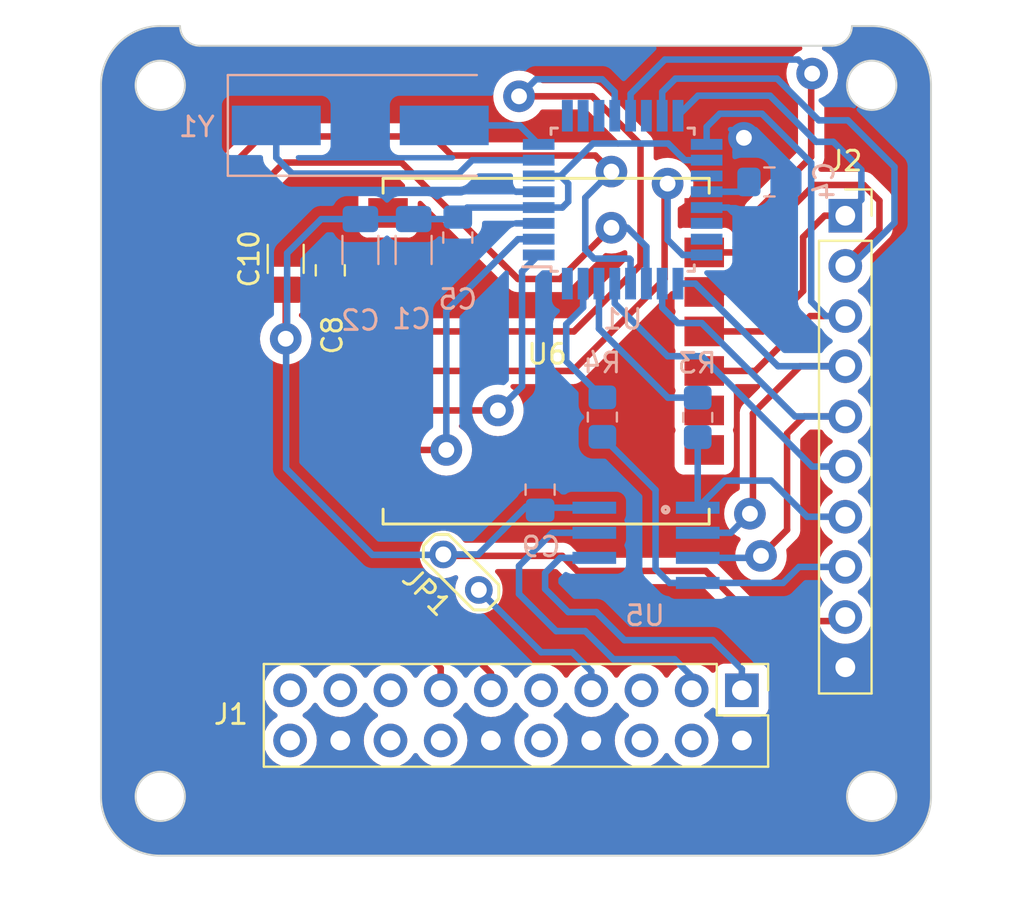
<source format=kicad_pcb>
(kicad_pcb (version 20221018) (generator pcbnew)
  (layers (0 "F.Cu" signal) (31 "B.Cu" signal) (34 "B.Paste" user) (35 "F.Paste" user) (36 "B.SilkS" user "B.Silkscreen") (37 "F.SilkS" user "F.Silkscreen") (38 "B.Mask" user) (39 "F.Mask" user) (44 "Edge.Cuts" user))
  (net 0 "")
  (net 1 "GND")
  (net 2 "+3V3")
  (net 3 "Net-(U1-AREF)")
  (net 4 "MCU_NRESET")
  (net 5 "RS485_SDA")
  (net 6 "RS485_SDB")
  (net 13 "I2C_SDA")
  (net 14 "I2C_SCL")
  (net 18 "MCU_TX")
  (net 21 "MCU_RX")
  (net 22 "Net-(U1-PD0(RXD))")
  (net 23 "Net-(U1-PD1(TXD))")
  (net 24 "RF_DIO1")
  (net 25 "RF_DIO2")
  (net 26 "Net-(U1-PB6(XTAL1{slash}TOSC1))")
  (net 27 "Net-(U1-PB7(XTAL2{slash}TOSC2))")
  (net 29 "SPI_MOSI")
  (net 30 "SPI_MISO")
  (net 31 "SPI_SCK")
  (net 34 "RF_NSS")
  (net 35 "RF_NRESET")
  (net 36 "RF_DIO0")
  (net 37 "RS485_NRE")
  (net 38 "RS485_DE")
  (net 48 "3V3_Bus")
  (footprint "TestPoint:TestPoint_2Pads_Pitch2.54mm_Drill0.8mm" (layer "F.Cu") (at 139.243817 117.513117 -45)
    (fp_text reference "JP1" (at 0.747105 1.939735 135) (layer "F.SilkS"))
    (fp_text value "Jumper_2_Bridged" hide)
    (fp_line (start -1.03 -0.4) (end -0.53 -0.9) (stroke (width 0.15)) (layer "F.SilkS"))
    (fp_line (start -1.03 0.4) (end -1.03 -0.4) (stroke (width 0.15)) (layer "F.SilkS"))
    (fp_line (start -0.53 -0.9) (end 3.07 -0.9) (stroke (width 0.15)) (layer "F.SilkS"))
    (fp_line (start -0.53 0.9) (end -1.03 0.4) (stroke (width 0.15)) (layer "F.SilkS"))
    (fp_line (start 3.07 -0.9) (end 3.57 -0.4) (stroke (width 0.15)) (layer "F.SilkS"))
    (fp_line (start 3.07 0.9) (end -0.53 0.9) (stroke (width 0.15)) (layer "F.SilkS"))
    (fp_line (start 3.57 -0.4) (end 3.57 0.4) (stroke (width 0.15)) (layer "F.SilkS"))
    (fp_line (start 3.57 0.4) (end 3.07 0.9) (stroke (width 0.15)) (layer "F.SilkS"))
    (pad "1" thru_hole circle (at 0 0 315) (size 1.4 1.4) (drill 0.8) (layers "*.Cu" "*.Mask") (net 2 "+3V3"))
    (pad "2" thru_hole circle (at 2.54 0 315) (size 1.4 1.4) (drill 0.8) (layers "*.Cu" "*.Mask") (net 48 "3V3_Bus"))
  )
  (footprint "Capacitor_SMD:C_1206_3216Metric_Pad1.33x1.80mm_HandSolder" (layer "F.Cu") (at 131.267714 102.5474 90)
    (fp_text reference "C10" (at 0 -1.85 90) (layer "F.SilkS"))
    (fp_text value "22uF")
    (fp_line (start -0.711252 -0.91) (end 0.711252 -0.91) (stroke (width 0.12)) (layer "F.SilkS"))
    (fp_line (start -0.711252 0.91) (end 0.711252 0.91) (stroke (width 0.12)) (layer "F.SilkS"))
    (pad "1" smd roundrect (at -1.5625 0 90) (size 1.325 1.8) (layers "F.Cu" "F.Paste" "F.Mask") (roundrect_rratio 0.188679) (net 2 "+3V3"))
    (pad "2" smd roundrect (at 1.5625 0 90) (size 1.325 1.8) (layers "F.Cu" "F.Paste" "F.Mask") (roundrect_rratio 0.188679) (net 1 "GND"))
  )
  (footprint "RF_Module:Ai-Thinker-Ra-01-LoRa" (layer "F.Cu") (at 144.4457 107.221)
    (fp_text reference "U6" (at 0.0508 0.1524) (layer "F.SilkS"))
    (fp_text value "Ai-Thinker-Ra-02")
    (fp_line (start -8.25 -8.75) (end 8.25 -8.75) (stroke (width 0.15)) (layer "F.SilkS"))
    (fp_line (start -8.25 -8) (end -8.25 -8.75) (stroke (width 0.15)) (layer "F.SilkS"))
    (fp_line (start -8.25 8) (end -8.25 8.75) (stroke (width 0.15)) (layer "F.SilkS"))
    (fp_line (start -8.25 8.75) (end 8.25 8.75) (stroke (width 0.15)) (layer "F.SilkS"))
    (fp_line (start 8.25 -8.75) (end 8.25 -8) (stroke (width 0.15)) (layer "F.SilkS"))
    (fp_line (start 8.25 8.75) (end 8.25 8) (stroke (width 0.15)) (layer "F.SilkS"))
    (pad "1" smd rect (at -8 -7) (size 2 1.5) (layers "F.Cu" "F.Paste" "F.Mask"))
    (pad "2" smd rect (at -8 -5) (size 2 1.5) (layers "F.Cu" "F.Paste" "F.Mask") (net 1 "GND"))
    (pad "3" smd rect (at -8 -3) (size 2 1.5) (layers "F.Cu" "F.Paste" "F.Mask") (net 2 "+3V3"))
    (pad "4" smd rect (at -8 -1) (size 2 1.5) (layers "F.Cu" "F.Paste" "F.Mask") (net 35 "RF_NRESET"))
    (pad "5" smd rect (at -8 1) (size 2 1.5) (layers "F.Cu" "F.Paste" "F.Mask") (net 36 "RF_DIO0"))
    (pad "6" smd rect (at -8 3) (size 2 1.5) (layers "F.Cu" "F.Paste" "F.Mask") (net 24 "RF_DIO1"))
    (pad "7" smd rect (at -8 5) (size 2 1.5) (layers "F.Cu" "F.Paste" "F.Mask") (net 25 "RF_DIO2"))
    (pad "8" smd rect (at -8 7) (size 2 1.5) (layers "F.Cu" "F.Paste" "F.Mask"))
    (pad "9" smd rect (at 8 7) (size 2 1.5) (layers "F.Cu" "F.Paste" "F.Mask") (net 1 "GND"))
    (pad "10" smd rect (at 8 5) (size 2 1.5) (layers "F.Cu" "F.Paste" "F.Mask"))
    (pad "11" smd rect (at 8 3) (size 2 1.5) (layers "F.Cu" "F.Paste" "F.Mask"))
    (pad "12" smd rect (at 8 1) (size 2 1.5) (layers "F.Cu" "F.Paste" "F.Mask") (net 31 "SPI_SCK"))
    (pad "13" smd rect (at 8 -1) (size 2 1.5) (layers "F.Cu" "F.Paste" "F.Mask") (net 30 "SPI_MISO"))
    (pad "14" smd rect (at 8 -3) (size 2 1.5) (layers "F.Cu" "F.Paste" "F.Mask") (net 29 "SPI_MOSI"))
    (pad "15" smd rect (at 8 -5) (size 2 1.5) (layers "F.Cu" "F.Paste" "F.Mask") (net 34 "RF_NSS"))
    (pad "16" smd rect (at 8 -7) (size 2 1.5) (layers "F.Cu" "F.Paste" "F.Mask") (net 1 "GND"))
  )
  (footprint "Connector_PinSocket_2.54mm:PinSocket_2x10_P2.54mm_Vertical" (layer "F.Cu") (at 154.35 126.93 -90)
    (fp_text reference "J1" (at -1.3194 25.8555 -180) (layer "F.SilkS"))
    (fp_text value "Conn_02x10_PQSU")
    (fp_line (start -3.87 -1.33) (end -3.87 0) (stroke (width 0.12)) (layer "F.SilkS"))
    (fp_line (start -3.87 1.27) (end -3.87 24.19) (stroke (width 0.12)) (layer "F.SilkS"))
    (fp_line (start -2.54 -1.33) (end -3.87 -1.33) (stroke (width 0.12)) (layer "F.SilkS"))
    (fp_line (start -1.27 -1.33) (end -1.27 1.27) (stroke (width 0.12)) (layer "F.SilkS"))
    (fp_line (start -1.27 1.27) (end -3.87 1.27) (stroke (width 0.12)) (layer "F.SilkS"))
    (fp_line (start 1.33 -1.33) (end -1.27 -1.33) (stroke (width 0.12)) (layer "F.SilkS"))
    (fp_line (start 1.33 -1.33) (end 1.33 24.19) (stroke (width 0.12)) (layer "F.SilkS"))
    (fp_line (start 1.33 24.19) (end -3.87 24.19) (stroke (width 0.12)) (layer "F.SilkS"))
    (pad "1" thru_hole rect (at -2.54 0 270) (size 1.7 1.7) (drill 1) (layers "*.Cu" "*.Mask") (net 5 "RS485_SDA"))
    (pad "2" thru_hole oval (at 0 0 270) (size 1.7 1.7) (drill 1) (layers "*.Cu" "*.Mask") (net 1 "GND"))
    (pad "3" thru_hole oval (at -2.54 2.54 270) (size 1.7 1.7) (drill 1) (layers "*.Cu" "*.Mask") (net 6 "RS485_SDB"))
    (pad "4" thru_hole oval (at 0 2.54 270) (size 1.7 1.7) (drill 1) (layers "*.Cu" "*.Mask"))
    (pad "5" thru_hole oval (at -2.54 5.08 270) (size 1.7 1.7) (drill 1) (layers "*.Cu" "*.Mask"))
    (pad "6" thru_hole oval (at 0 5.08 270) (size 1.7 1.7) (drill 1) (layers "*.Cu" "*.Mask"))
    (pad "7" thru_hole oval (at -2.54 7.62 270) (size 1.7 1.7) (drill 1) (layers "*.Cu" "*.Mask") (net 48 "3V3_Bus"))
    (pad "8" thru_hole oval (at 0 7.62 270) (size 1.7 1.7) (drill 1) (layers "*.Cu" "*.Mask") (net 1 "GND"))
    (pad "9" thru_hole oval (at -2.54 10.16 270) (size 1.7 1.7) (drill 1) (layers "*.Cu" "*.Mask"))
    (pad "10" thru_hole oval (at 0 10.16 270) (size 1.7 1.7) (drill 1) (layers "*.Cu" "*.Mask"))
    (pad "11" thru_hole oval (at -2.54 12.7 270) (size 1.7 1.7) (drill 1) (layers "*.Cu" "*.Mask") (net 13 "I2C_SDA"))
    (pad "12" thru_hole oval (at 0 12.7 270) (size 1.7 1.7) (drill 1) (layers "*.Cu" "*.Mask") (net 1 "GND"))
    (pad "13" thru_hole oval (at -2.54 15.24 270) (size 1.7 1.7) (drill 1) (layers "*.Cu" "*.Mask") (net 14 "I2C_SCL"))
    (pad "14" thru_hole oval (at 0 15.24 270) (size 1.7 1.7) (drill 1) (layers "*.Cu" "*.Mask"))
    (pad "15" thru_hole oval (at -2.54 17.78 270) (size 1.7 1.7) (drill 1) (layers "*.Cu" "*.Mask"))
    (pad "16" thru_hole oval (at 0 17.78 270) (size 1.7 1.7) (drill 1) (layers "*.Cu" "*.Mask"))
    (pad "17" thru_hole oval (at -2.54 20.32 270) (size 1.7 1.7) (drill 1) (layers "*.Cu" "*.Mask"))
    (pad "18" thru_hole oval (at 0 20.32 270) (size 1.7 1.7) (drill 1) (layers "*.Cu" "*.Mask") (net 1 "GND"))
    (pad "19" thru_hole oval (at -2.54 22.86 270) (size 1.7 1.7) (drill 1) (layers "*.Cu" "*.Mask"))
    (pad "20" thru_hole oval (at 0 22.86 270) (size 1.7 1.7) (drill 1) (layers "*.Cu" "*.Mask"))
  )
  (footprint "Capacitor_SMD:C_0805_2012Metric_Pad1.18x1.45mm_HandSolder" (layer "F.Cu") (at 133.5237 103.1277 90)
    (fp_text reference "C8" (at -3.2805 0.1016 90) (layer "F.SilkS"))
    (fp_text value "100nF")
    (fp_line (start -0.261252 -0.735) (end 0.261252 -0.735) (stroke (width 0.12)) (layer "F.SilkS"))
    (fp_line (start -0.261252 0.735) (end 0.261252 0.735) (stroke (width 0.12)) (layer "F.SilkS"))
    (pad "1" smd roundrect (at -1.0375 0 90) (size 1.175 1.45) (layers "F.Cu" "F.Paste" "F.Mask") (roundrect_rratio 0.2127659574) (net 2 "+3V3"))
    (pad "2" smd roundrect (at 1.0375 0 90) (size 1.175 1.45) (layers "F.Cu" "F.Paste" "F.Mask") (roundrect_rratio 0.2127659574) (net 1 "GND"))
  )
  (footprint "Connector_PinSocket_2.54mm:PinSocket_1x10_P2.54mm_Vertical" (layer "F.Cu") (at 159.5841 100.363)
    (fp_text reference "J2" (at 0 -2.77 -360) (layer "F.SilkS"))
    (fp_text value "Conn_01x10")
    (fp_line (start -1.33 1.27) (end -1.33 24.19) (stroke (width 0.12)) (layer "F.SilkS"))
    (fp_line (start -1.33 1.27) (end 1.33 1.27) (stroke (width 0.12)) (layer "F.SilkS"))
    (fp_line (start -1.33 24.19) (end 1.33 24.19) (stroke (width 0.12)) (layer "F.SilkS"))
    (fp_line (start 0 -1.33) (end 1.33 -1.33) (stroke (width 0.12)) (layer "F.SilkS"))
    (fp_line (start 1.33 -1.33) (end 1.33 0) (stroke (width 0.12)) (layer "F.SilkS"))
    (fp_line (start 1.33 1.27) (end 1.33 24.19) (stroke (width 0.12)) (layer "F.SilkS"))
    (pad "1" thru_hole rect (at 0 0) (size 1.7 1.7) (drill 1) (layers "*.Cu" "*.Mask") (net 30 "SPI_MISO"))
    (pad "2" thru_hole oval (at 0 2.54) (size 1.7 1.7) (drill 1) (layers "*.Cu" "*.Mask") (net 29 "SPI_MOSI"))
    (pad "3" thru_hole oval (at 0 5.08) (size 1.7 1.7) (drill 1) (layers "*.Cu" "*.Mask") (net 31 "SPI_SCK"))
    (pad "4" thru_hole oval (at 0 7.62) (size 1.7 1.7) (drill 1) (layers "*.Cu" "*.Mask") (net 37 "RS485_NRE"))
    (pad "5" thru_hole oval (at 0 10.16) (size 1.7 1.7) (drill 1) (layers "*.Cu" "*.Mask") (net 38 "RS485_DE"))
    (pad "6" thru_hole oval (at 0 12.7) (size 1.7 1.7) (drill 1) (layers "*.Cu" "*.Mask") (net 4 "MCU_NRESET"))
    (pad "7" thru_hole oval (at 0 15.24) (size 1.7 1.7) (drill 1) (layers "*.Cu" "*.Mask") (net 21 "MCU_RX"))
    (pad "8" thru_hole oval (at 0 17.78) (size 1.7 1.7) (drill 1) (layers "*.Cu" "*.Mask") (net 18 "MCU_TX"))
    (pad "9" thru_hole oval (at 0 20.32) (size 1.7 1.7) (drill 1) (layers "*.Cu" "*.Mask") (net 2 "+3V3"))
    (pad "10" thru_hole oval (at 0 22.86) (size 1.7 1.7) (drill 1) (layers "*.Cu" "*.Mask") (net 1 "GND"))
  )
  (footprint "Capacitor_SMD:C_1206_3216Metric_Pad1.33x1.80mm_HandSolder" (layer "B.Cu") (at 137.7401 102.0957 -90)
    (fp_text reference "C1" (at 3.4929 0.1016) (layer "B.SilkS") (effects (justify mirror)))
    (fp_text value "1uF")
    (fp_line (start -0.711252 -0.91) (end 0.711252 -0.91) (stroke (width 0.12)) (layer "B.SilkS"))
    (fp_line (start -0.711252 0.91) (end 0.711252 0.91) (stroke (width 0.12)) (layer "B.SilkS"))
    (pad "1" smd roundrect (at -1.5625 0 270) (size 1.325 1.8) (layers "B.Cu" "B.Paste" "B.Mask") (roundrect_rratio 0.188679) (net 2 "+3V3"))
    (pad "2" smd roundrect (at 1.5625 0 270) (size 1.325 1.8) (layers "B.Cu" "B.Paste" "B.Mask") (roundrect_rratio 0.188679) (net 1 "GND"))
  )
  (footprint "Capacitor_SMD:C_1206_3216Metric_Pad1.33x1.80mm_HandSolder" (layer "B.Cu") (at 135.0477 102.0957 -90)
    (fp_text reference "C2" (at 3.5683 0 -180) (layer "B.SilkS") (effects (justify mirror)))
    (fp_text value "4.7uF")
    (fp_line (start -0.711252 -0.91) (end 0.711252 -0.91) (stroke (width 0.12)) (layer "B.SilkS"))
    (fp_line (start -0.711252 0.91) (end 0.711252 0.91) (stroke (width 0.12)) (layer "B.SilkS"))
    (pad "1" smd roundrect (at -1.5625 0 270) (size 1.325 1.8) (layers "B.Cu" "B.Paste" "B.Mask") (roundrect_rratio 0.1886792453) (net 2 "+3V3"))
    (pad "2" smd roundrect (at 1.5625 0 270) (size 1.325 1.8) (layers "B.Cu" "B.Paste" "B.Mask") (roundrect_rratio 0.1886792453) (net 1 "GND"))
  )
  (footprint "Resistor_SMD:R_0805_2012Metric_Pad1.20x1.40mm_HandSolder" (layer "B.Cu") (at 147.2905 110.5578 -90)
    (fp_text reference "R4" (at -2.745 0.0295 -180) (layer "B.SilkS") (effects (justify mirror)))
    (fp_text value "1.2k")
    (fp_line (start -0.227064 -0.735) (end 0.227064 -0.735) (stroke (width 0.12)) (layer "B.SilkS"))
    (fp_line (start -0.227064 0.735) (end 0.227064 0.735) (stroke (width 0.12)) (layer "B.SilkS"))
    (pad "1" smd roundrect (at -1 0 270) (size 1.2 1.4) (layers "B.Cu" "B.Paste" "B.Mask") (roundrect_rratio 0.2083333333) (net 23 "Net-(U1-PD1(TXD))"))
    (pad "2" smd roundrect (at 1 0 270) (size 1.2 1.4) (layers "B.Cu" "B.Paste" "B.Mask") (roundrect_rratio 0.2083333333) (net 18 "MCU_TX"))
  )
  (footprint "Capacitor_SMD:C_0805_2012Metric_Pad1.18x1.45mm_HandSolder" (layer "B.Cu") (at 139.9753 101.4691 -90)
    (fp_text reference "C5" (at 3.1281 0 -180) (layer "B.SilkS") (effects (justify mirror)))
    (fp_text value "100nF")
    (fp_line (start -0.261252 -0.735) (end 0.261252 -0.735) (stroke (width 0.12)) (layer "B.SilkS"))
    (fp_line (start -0.261252 0.735) (end 0.261252 0.735) (stroke (width 0.12)) (layer "B.SilkS"))
    (pad "1" smd roundrect (at -1.0375 0 270) (size 1.175 1.45) (layers "B.Cu" "B.Paste" "B.Mask") (roundrect_rratio 0.2127659574) (net 2 "+3V3"))
    (pad "2" smd roundrect (at 1.0375 0 270) (size 1.175 1.45) (layers "B.Cu" "B.Paste" "B.Mask") (roundrect_rratio 0.2127659574) (net 1 "GND"))
  )
  (footprint "Package_QFP:TQFP-32_7x7mm_P0.8mm" (layer "B.Cu") (at 148.318 99.55)
    (fp_text reference "U1" (at 0 6.05 180) (layer "B.SilkS") (effects (justify mirror)))
    (fp_text value "ATMEGA328P-AU")
    (fp_line (start -3.625 -3.625) (end -3.625 -3.3) (stroke (width 0.15)) (layer "B.SilkS"))
    (fp_line (start -3.625 -3.625) (end -3.3 -3.625) (stroke (width 0.15)) (layer "B.SilkS"))
    (fp_line (start -3.625 3.4) (end -5.05 3.4) (stroke (width 0.15)) (layer "B.SilkS"))
    (fp_line (start -3.625 3.625) (end -3.625 3.4) (stroke (width 0.15)) (layer "B.SilkS"))
    (fp_line (start -3.625 3.625) (end -3.3 3.625) (stroke (width 0.15)) (layer "B.SilkS"))
    (fp_line (start 3.625 -3.625) (end 3.3 -3.625) (stroke (width 0.15)) (layer "B.SilkS"))
    (fp_line (start 3.625 -3.625) (end 3.625 -3.3) (stroke (width 0.15)) (layer "B.SilkS"))
    (fp_line (start 3.625 3.625) (end 3.3 3.625) (stroke (width 0.15)) (layer "B.SilkS"))
    (fp_line (start 3.625 3.625) (end 3.625 3.3) (stroke (width 0.15)) (layer "B.SilkS"))
    (pad "1" smd rect (at -4.25 2.8) (size 1.6 0.55) (layers "B.Cu" "B.Paste" "B.Mask") (net 24 "RF_DIO1"))
    (pad "2" smd rect (at -4.25 2) (size 1.6 0.55) (layers "B.Cu" "B.Paste" "B.Mask") (net 25 "RF_DIO2"))
    (pad "3" smd rect (at -4.25 1.2) (size 1.6 0.55) (layers "B.Cu" "B.Paste" "B.Mask") (net 1 "GND"))
    (pad "4" smd rect (at -4.25 0.4) (size 1.6 0.55) (layers "B.Cu" "B.Paste" "B.Mask") (net 2 "+3V3"))
    (pad "5" smd rect (at -4.25 -0.4) (size 1.6 0.55) (layers "B.Cu" "B.Paste" "B.Mask") (net 1 "GND"))
    (pad "6" smd rect (at -4.25 -1.2) (size 1.6 0.55) (layers "B.Cu" "B.Paste" "B.Mask") (net 2 "+3V3"))
    (pad "7" smd rect (at -4.25 -2) (size 1.6 0.55) (layers "B.Cu" "B.Paste" "B.Mask") (net 26 "Net-(U1-PB6(XTAL1{slash}TOSC1))"))
    (pad "8" smd rect (at -4.25 -2.8) (size 1.6 0.55) (layers "B.Cu" "B.Paste" "B.Mask") (net 27 "Net-(U1-PB7(XTAL2{slash}TOSC2))"))
    (pad "9" smd rect (at -2.8 -4.25 270) (size 1.6 0.55) (layers "B.Cu" "B.Paste" "B.Mask"))
    (pad "10" smd rect (at -2 -4.25 270) (size 1.6 0.55) (layers "B.Cu" "B.Paste" "B.Mask"))
    (pad "11" smd rect (at -1.2 -4.25 270) (size 1.6 0.55) (layers "B.Cu" "B.Paste" "B.Mask"))
    (pad "12" smd rect (at -0.4 -4.25 270) (size 1.6 0.55) (layers "B.Cu" "B.Paste" "B.Mask") (net 35 "RF_NRESET"))
    (pad "13" smd rect (at 0.4 -4.25 270) (size 1.6 0.55) (layers "B.Cu" "B.Paste" "B.Mask") (net 34 "RF_NSS"))
    (pad "14" smd rect (at 1.2 -4.25 270) (size 1.6 0.55) (layers "B.Cu" "B.Paste" "B.Mask"))
    (pad "15" smd rect (at 2 -4.25 270) (size 1.6 0.55) (layers "B.Cu" "B.Paste" "B.Mask") (net 29 "SPI_MOSI"))
    (pad "16" smd rect (at 2.8 -4.25 270) (size 1.6 0.55) (layers "B.Cu" "B.Paste" "B.Mask") (net 30 "SPI_MISO"))
    (pad "17" smd rect (at 4.25 -2.8) (size 1.6 0.55) (layers "B.Cu" "B.Paste" "B.Mask") (net 31 "SPI_SCK"))
    (pad "18" smd rect (at 4.25 -2) (size 1.6 0.55) (layers "B.Cu" "B.Paste" "B.Mask") (net 2 "+3V3"))
    (pad "19" smd rect (at 4.25 -1.2) (size 1.6 0.55) (layers "B.Cu" "B.Paste" "B.Mask"))
    (pad "20" smd rect (at 4.25 -0.4) (size 1.6 0.55) (layers "B.Cu" "B.Paste" "B.Mask") (net 3 "Net-(U1-AREF)"))
    (pad "21" smd rect (at 4.25 0.4) (size 1.6 0.55) (layers "B.Cu" "B.Paste" "B.Mask") (net 1 "GND"))
    (pad "22" smd rect (at 4.25 1.2) (size 1.6 0.55) (layers "B.Cu" "B.Paste" "B.Mask"))
    (pad "23" smd rect (at 4.25 2) (size 1.6 0.55) (layers "B.Cu" "B.Paste" "B.Mask"))
    (pad "24" smd rect (at 4.25 2.8) (size 1.6 0.55) (layers "B.Cu" "B.Paste" "B.Mask") (net 36 "RF_DIO0"))
    (pad "25" smd rect (at 2.8 4.25 270) (size 1.6 0.55) (layers "B.Cu" "B.Paste" "B.Mask") (net 37 "RS485_NRE"))
    (pad "26" smd rect (at 2 4.25 270) (size 1.6 0.55) (layers "B.Cu" "B.Paste" "B.Mask") (net 38 "RS485_DE"))
    (pad "27" smd rect (at 1.2 4.25 270) (size 1.6 0.55) (layers "B.Cu" "B.Paste" "B.Mask") (net 13 "I2C_SDA"))
    (pad "28" smd rect (at 0.4 4.25 270) (size 1.6 0.55) (layers "B.Cu" "B.Paste" "B.Mask") (net 14 "I2C_SCL"))
    (pad "29" smd rect (at -0.4 4.25 270) (size 1.6 0.55) (layers "B.Cu" "B.Paste" "B.Mask") (net 4 "MCU_NRESET"))
    (pad "30" smd rect (at -1.2 4.25 270) (size 1.6 0.55) (layers "B.Cu" "B.Paste" "B.Mask") (net 22 "Net-(U1-PD0(RXD))"))
    (pad "31" smd rect (at -2 4.25 270) (size 1.6 0.55) (layers "B.Cu" "B.Paste" "B.Mask") (net 23 "Net-(U1-PD1(TXD))"))
    (pad "32" smd rect (at -2.8 4.25 270) (size 1.6 0.55) (layers "B.Cu" "B.Paste" "B.Mask"))
  )
  (footprint "Crystal:Crystal_SMD_HC49-SD" (layer "B.Cu") (at 135.0395 95.791)
    (fp_text reference "Y1" (at -8.2722 0.0686) (layer "B.SilkS") (effects (justify mirror)))
    (fp_text value "Crystal")
    (fp_line (start -6.7 -2.55) (end 5.9 -2.55) (stroke (width 0.12)) (layer "B.SilkS"))
    (fp_line (start -6.7 2.55) (end -6.7 -2.55) (stroke (width 0.12)) (layer "B.SilkS"))
    (fp_line (start 5.9 2.55) (end -6.7 2.55) (stroke (width 0.12)) (layer "B.SilkS"))
    (pad "1" smd rect (at -4.25 0) (size 4.5 2) (layers "B.Cu" "B.Paste" "B.Mask") (net 26 "Net-(U1-PB6(XTAL1{slash}TOSC1))"))
    (pad "2" smd rect (at 4.25 0) (size 4.5 2) (layers "B.Cu" "B.Paste" "B.Mask") (net 27 "Net-(U1-PB7(XTAL2{slash}TOSC2))"))
  )
  (footprint "MAX485:SO08" (layer "B.Cu") (at 149.5003 117.0508 -90)
    (fp_text reference "U5" (at 3.556 0.0508 180) (layer "B.SilkS") (effects (justify mirror)))
    (fp_text value "MAX485E")
    (fp_circle (center -1.8034 -0.9906) (end -1.6598 -0.9906) (stroke (width 0.2032)) (fill none) (layer "B.SilkS"))
    (pad "1" smd rect (at -1.905 -2.6162 270) (size 0.6096 2.2098) (layers "B.Cu" "B.Paste" "B.Mask") (net 21 "MCU_RX"))
    (pad "2" smd rect (at -0.635 -2.6162 270) (size 0.6096 2.2098) (layers "B.Cu" "B.Paste" "B.Mask") (net 37 "RS485_NRE"))
    (pad "3" smd rect (at 0.635 -2.6162 270) (size 0.6096 2.2098) (layers "B.Cu" "B.Paste" "B.Mask") (net 38 "RS485_DE"))
    (pad "4" smd rect (at 1.905 -2.6162 270) (size 0.6096 2.2098) (layers "B.Cu" "B.Paste" "B.Mask") (net 18 "MCU_TX"))
    (pad "5" smd rect (at 1.905 2.6162 270) (size 0.6096 2.2098) (layers "B.Cu" "B.Paste" "B.Mask") (net 1 "GND"))
    (pad "6" smd rect (at 0.635 2.6162 270) (size 0.6096 2.2098) (layers "B.Cu" "B.Paste" "B.Mask") (net 5 "RS485_SDA"))
    (pad "7" smd rect (at -0.635 2.6162 270) (size 0.6096 2.2098) (layers "B.Cu" "B.Paste" "B.Mask") (net 6 "RS485_SDB"))
    (pad "8" smd rect (at -1.905 2.6162 270) (size 0.6096 2.2098) (layers "B.Cu" "B.Paste" "B.Mask") (net 2 "+3V3"))
  )
  (footprint "Capacitor_SMD:C_0805_2012Metric_Pad1.18x1.45mm_HandSolder" (layer "B.Cu") (at 155.7448 98.6536)
    (fp_text reference "C4" (at 2.7714 -0.0508 90) (layer "B.SilkS") (effects (justify mirror)))
    (fp_text value "100nF")
    (fp_line (start -0.261252 -0.735) (end 0.261252 -0.735) (stroke (width 0.12)) (layer "B.SilkS"))
    (fp_line (start -0.261252 0.735) (end 0.261252 0.735) (stroke (width 0.12)) (layer "B.SilkS"))
    (pad "1" smd roundrect (at -1.0375 0) (size 1.175 1.45) (layers "B.Cu" "B.Paste" "B.Mask") (roundrect_rratio 0.2127659574) (net 3 "Net-(U1-AREF)"))
    (pad "2" smd roundrect (at 1.0375 0) (size 1.175 1.45) (layers "B.Cu" "B.Paste" "B.Mask") (roundrect_rratio 0.2127659574) (net 1 "GND"))
  )
  (footprint "Capacitor_SMD:C_0805_2012Metric_Pad1.18x1.45mm_HandSolder" (layer "B.Cu") (at 144.1409 114.2314 90)
    (fp_text reference "C9" (at -2.8956 0.0508) (layer "B.SilkS") (effects (justify mirror)))
    (fp_text value "100nF")
    (fp_line (start -0.261252 -0.735) (end 0.261252 -0.735) (stroke (width 0.12)) (layer "B.SilkS"))
    (fp_line (start -0.261252 0.735) (end 0.261252 0.735) (stroke (width 0.12)) (layer "B.SilkS"))
    (pad "1" smd roundrect (at -1.0375 0 90) (size 1.175 1.45) (layers "B.Cu" "B.Paste" "B.Mask") (roundrect_rratio 0.2127659574) (net 2 "+3V3"))
    (pad "2" smd roundrect (at 1.0375 0 90) (size 1.175 1.45) (layers "B.Cu" "B.Paste" "B.Mask") (roundrect_rratio 0.2127659574) (net 1 "GND"))
  )
  (footprint "Resistor_SMD:R_0805_2012Metric_Pad1.20x1.40mm_HandSolder" (layer "B.Cu") (at 152.1165 110.5738 -90)
    (fp_text reference "R3" (at -2.745 0.0295 -180) (layer "B.SilkS") (effects (justify mirror)))
    (fp_text value "1.2k")
    (fp_line (start -0.227064 -0.735) (end 0.227064 -0.735) (stroke (width 0.12)) (layer "B.SilkS"))
    (fp_line (start -0.227064 0.735) (end 0.227064 0.735) (stroke (width 0.12)) (layer "B.SilkS"))
    (pad "1" smd roundrect (at -1 0 270) (size 1.2 1.4) (layers "B.Cu" "B.Paste" "B.Mask") (roundrect_rratio 0.2083333333) (net 22 "Net-(U1-PD0(RXD))"))
    (pad "2" smd roundrect (at 1 0 270) (size 1.2 1.4) (layers "B.Cu" "B.Paste" "B.Mask") (roundrect_rratio 0.2083333333) (net 21 "MCU_RX"))
  )
  (gr_circle (center 124.92 129.76) (end 126.17 129.76) (stroke (width 0.1)) (fill none) (layer "Edge.Cuts"))
  (gr_arc (start 121.92 93.76) (mid 122.79868 91.63868) (end 124.92 90.76) (stroke (width 0.1)) (layer "Edge.Cuts"))
  (gr_line (start 160.92 90.76) (end 159.92 90.76) (stroke (width 0.1)) (layer "Edge.Cuts"))
  (gr_arc (start 163.92 129.76) (mid 163.04132 131.88132) (end 160.92 132.76) (stroke (width 0.1)) (layer "Edge.Cuts"))
  (gr_arc (start 160.92 90.76) (mid 163.04132 91.63868) (end 163.92 93.76) (stroke (width 0.1)) (layer "Edge.Cuts"))
  (gr_circle (center 160.92 93.76) (end 162.17 93.76) (stroke (width 0.1)) (fill none) (layer "Edge.Cuts"))
  (gr_line (start 163.92 93.76) (end 163.92 129.76) (stroke (width 0.1)) (layer "Edge.Cuts"))
  (gr_line (start 126.92 91.76) (end 158.92 91.76) (stroke (width 0.1)) (layer "Edge.Cuts"))
  (gr_line (start 160.92 132.76) (end 124.92 132.76) (stroke (width 0.1)) (layer "Edge.Cuts"))
  (gr_arc (start 159.92 90.76) (mid 159.627107 91.467107) (end 158.92 91.76) (stroke (width 0.1)) (layer "Edge.Cuts"))
  (gr_circle (center 160.92 129.76) (end 162.17 129.76) (stroke (width 0.1)) (fill none) (layer "Edge.Cuts"))
  (gr_arc (start 124.92 132.76) (mid 122.79868 131.88132) (end 121.92 129.76) (stroke (width 0.1)) (layer "Edge.Cuts"))
  (gr_circle (center 124.92 93.76) (end 126.17 93.76) (stroke (width 0.1)) (fill none) (layer "Edge.Cuts"))
  (gr_line (start 124.92 90.76) (end 125.92 90.76) (stroke (width 0.1)) (layer "Edge.Cuts"))
  (gr_line (start 121.92 129.76) (end 121.92 93.76) (stroke (width 0.1)) (layer "Edge.Cuts"))
  (gr_arc (start 126.92 91.76) (mid 126.212893 91.467107) (end 125.92 90.76) (stroke (width 0.1)) (layer "Edge.Cuts"))
  (via (at 154.4533 96.4184) (size 1.6) (drill 0.8) (layers "F.Cu" "B.Cu") (net 1))
  (segment (start 144.068 99.15) (end 142.9279 99.15) (width 0.3302) (layer "B.Cu") (net 1))
  (segment (start 142.9279 99.15) (end 142.9217 99.1438) (width 0.3302) (layer "B.Cu") (net 1))
  (segment (start 152.568 99.95) (end 153.6669 99.95) (width 0.3302) (layer "B.Cu") (net 1))
  (segment (start 153.6669 99.95) (end 153.8945 100.1776) (width 0.3302) (layer "B.Cu") (net 1))
  (segment (start 144.068 100.75) (end 142.9217 100.75) (width 0.3302) (layer "B.Cu") (net 1))
  (segment (start 131.267714 104.173) (end 133.3205 104.173) (width 0.4) (layer "F.Cu") (net 2))
  (segment (start 154.6565 120.4798) (end 152.5229 118.3462) (width 0.3302) (layer "F.Cu") (net 2))
  (segment (start 157.5521 120.8862) (end 157.1457 120.4798) (width 0.3302) (layer "F.Cu") (net 2))
  (segment (start 136.3977 104.173) (end 136.4457 104.221) (width 0.4) (layer "F.Cu") (net 2))
  (segment (start 157.1457 120.4798) (end 154.6565 120.4798) (width 0.3302) (layer "F.Cu") (net 2))
  (segment (start 139.3149 117.5842) (end 139.243817 117.513117) (width 0.3302) (layer "F.Cu") (net 2))
  (segment (start 146.0205 118.3462) (end 145.2585 117.5842) (width 0.3302) (layer "F.Cu") (net 2))
  (segment (start 152.5229 118.3462) (end 146.0205 118.3462) (width 0.3302) (layer "F.Cu") (net 2))
  (segment (start 159.3809 120.8862) (end 157.5521 120.8862) (width 0.3302) (layer "F.Cu") (net 2))
  (segment (start 145.2585 117.5842) (end 139.3149 117.5842) (width 0.3302) (layer "F.Cu") (net 2))
  (segment (start 159.5841 120.683) (end 159.3809 120.8862) (width 0.3302) (layer "F.Cu") (net 2))
  (segment (start 131.267714 106.590614) (end 131.267714 104.173) (width 0.3302) (layer "F.Cu") (net 2))
  (segment (start 133.3205 104.173) (end 136.3977 104.173) (width 0.4) (layer "F.Cu") (net 2))
  (via (at 131.267714 106.590614) (size 1.6) (drill 0.8) (layers "F.Cu" "B.Cu") (net 2))
  (segment (start 146.8178 96.7054) (end 145.1732 98.35) (width 0.3302) (layer "B.Cu") (net 2))
  (segment (start 140.4569 99.95) (end 144.068 99.95) (width 0.3302) (layer "B.Cu") (net 2))
  (segment (start 135.6573 117.5334) (end 139.223534 117.5334) (width 0.3302) (layer "B.Cu") (net 2))
  (segment (start 131.2885 113.1646) (end 135.6573 117.5334) (width 0.3302) (layer "B.Cu") (net 2))
  (segment (start 141.011583 117.513117) (end 142.3121 116.2126) (width 0.3302) (layer "B.Cu") (net 2))
  (segment (start 131.267714 106.590614) (end 131.3393 106.519028) (width 0.3302) (layer "B.Cu") (net 2))
  (segment (start 151.4628 97.55) (end 150.6182 96.7054) (width 0.3302) (layer "B.Cu") (net 2))
  (segment (start 145.5633 99.6518) (end 145.2651 99.95) (width 0.3302) (layer "B.Cu") (net 2))
  (segment (start 145.5633 98.7401) (end 145.5633 99.6518) (width 0.3302) (layer "B.Cu") (net 2))
  (segment (start 131.2885 106.6114) (end 131.2885 113.1646) (width 0.3302) (layer "B.Cu") (net 2))
  (segment (start 145.1732 98.35) (end 145.5633 98.7401) (width 0.3302) (layer "B.Cu") (net 2))
  (segment (start 139.223534 117.5334) (end 139.243817 117.513117) (width 0.3302) (layer "B.Cu") (net 2))
  (segment (start 133.0665 100.5332) (end 135.0477 100.5332) (width 0.3302) (layer "B.Cu") (net 2))
  (segment (start 131.267714 106.590614) (end 131.2885 106.6114) (width 0.3302) (layer "B.Cu") (net 2))
  (segment (start 135.0477 100.5332) (end 137.7401 100.5332) (width 0.3302) (layer "B.Cu") (net 2))
  (segment (start 131.3393 102.2604) (end 133.0665 100.5332) (width 0.3302) (layer "B.Cu") (net 2))
  (segment (start 145.1732 98.35) (end 144.068 98.35) (width 0.3302) (layer "B.Cu") (net 2))
  (segment (start 143.4308 115.0939) (end 144.1409 115.0939) (width 0.3302) (layer "B.Cu") (net 2))
  (segment (start 144.2425 115.1458) (end 146.8841 115.1458) (width 0.3302) (layer "B.Cu") (net 2))
  (segment (start 152.568 97.55) (end 151.4628 97.55) (width 0.3302) (layer "B.Cu") (net 2))
  (segment (start 137.7401 100.5332) (end 139.8737 100.5332) (width 0.3302) (layer "B.Cu") (net 2))
  (segment (start 139.9753 100.4316) (end 140.4569 99.95) (width 0.3302) (layer "B.Cu") (net 2))
  (segment (start 131.3393 106.519028) (end 131.3393 102.2604) (width 0.3302) (layer "B.Cu") (net 2))
  (segment (start 139.8737 100.5332) (end 139.9753 100.4316) (width 0.3302) (layer "B.Cu") (net 2))
  (segment (start 150.6182 96.7054) (end 146.8178 96.7054) (width 0.3302) (layer "B.Cu") (net 2))
  (segment (start 145.2651 99.95) (end 144.068 99.95) (width 0.3302) (layer "B.Cu") (net 2))
  (segment (start 142.2105 116.3142) (end 143.4308 115.0939) (width 0.3302) (layer "B.Cu") (net 2))
  (segment (start 139.243817 117.513117) (end 141.011583 117.513117) (width 0.3302) (layer "B.Cu") (net 2))
  (segment (start 154.4417 99.15) (end 152.568 99.15) (width 0.3302) (layer "B.Cu") (net 3))
  (segment (start 152.3197 107.475) (end 157.9077 113.063) (width 0.3302) (layer "B.Cu") (net 4))
  (segment (start 147.918 103.8) (end 147.918 104.8005) (width 0.3302) (layer "B.Cu") (net 4))
  (segment (start 157.9077 113.063) (end 159.5841 113.063) (width 0.3302) (layer "B.Cu") (net 4))
  (segment (start 147.918 104.8005) (end 150.5925 107.475) (width 0.3302) (layer "B.Cu") (net 4))
  (segment (start 150.5925 107.475) (end 152.3197 107.475) (width 0.3302) (layer "B.Cu") (net 4))
  (segment (start 145.5633 120.429) (end 146.9857 120.429) (width 0.3302) (layer "B.Cu") (net 5))
  (segment (start 146.8841 117.6858) (end 145.1569 117.6858) (width 0.3302) (layer "B.Cu") (net 5))
  (segment (start 145.1569 117.6858) (end 144.3949 118.4478) (width 0.3302) (layer "B.Cu") (net 5))
  (segment (start 154.35 123.3229) (end 154.35 124.39) (width 0.3302) (layer "B.Cu") (net 5))
  (segment (start 146.9857 120.429) (end 148.4081 121.8514) (width 0.3302) (layer "B.Cu") (net 5))
  (segment (start 144.3949 119.2606) (end 145.5633 120.429) (width 0.3302) (layer "B.Cu") (net 5))
  (segment (start 144.3949 118.4478) (end 144.3949 119.2606) (width 0.3302) (layer "B.Cu") (net 5))
  (segment (start 148.4081 121.8514) (end 152.8785 121.8514) (width 0.3302) (layer "B.Cu") (net 5))
  (segment (start 152.8785 121.8514) (end 154.35 123.3229) (width 0.3302) (layer "B.Cu") (net 5))
  (segment (start 143.0741 119.5146) (end 144.9537 121.3942) (width 0.3302) (layer "B.Cu") (net 6))
  (segment (start 146.8841 116.4158) (end 144.7505 116.4158) (width 0.3302) (layer "B.Cu") (net 6))
  (segment (start 143.0741 118.0922) (end 143.0741 119.5146) (width 0.3302) (layer "B.Cu") (net 6))
  (segment (start 150.9481 122.8166) (end 151.81 123.6785) (width 0.3302) (layer "B.Cu") (net 6))
  (segment (start 147.8493 122.8166) (end 150.9481 122.8166) (width 0.3302) (layer "B.Cu") (net 6))
  (segment (start 151.81 123.6785) (end 151.81 124.39) (width 0.3302) (layer "B.Cu") (net 6))
  (segment (start 144.9537 121.3942) (end 146.4269 121.3942) (width 0.3302) (layer "B.Cu") (net 6))
  (segment (start 146.4269 121.3942) (end 147.8493 122.8166) (width 0.3302) (layer "B.Cu") (net 6))
  (segment (start 144.7505 116.4158) (end 143.0741 118.0922) (width 0.3302) (layer "B.Cu") (net 6))
  (segment (start 145.1569 103.5634) (end 143.0233 103.5634) (width 0.3302) (layer "F.Cu") (net 13))
  (segment (start 138.9593 120.8354) (end 141.65 123.5261) (width 0.3302) (layer "F.Cu") (net 13))
  (segment (start 131.1869 97.6706) (end 127.4785 101.379) (width 0.3302) (layer "F.Cu") (net 13))
  (segment (start 141.65 123.5261) (end 141.65 124.39) (width 0.3302) (layer "F.Cu") (net 13))
  (segment (start 137.1305 97.6706) (end 131.1869 97.6706) (width 0.3302) (layer "F.Cu") (net 13))
  (segment (start 147.7477 100.9726) (end 145.1569 103.5634) (width 0.3302) (layer "F.Cu") (net 13))
  (segment (start 127.4785 101.379) (end 127.4785 114.5362) (width 0.3302) (layer "F.Cu") (net 13))
  (segment (start 127.4785 114.5362) (end 133.7777 120.8354) (width 0.3302) (layer "F.Cu") (net 13))
  (segment (start 133.7777 120.8354) (end 138.9593 120.8354) (width 0.3302) (layer "F.Cu") (net 13))
  (segment (start 143.0233 103.5634) (end 137.1305 97.6706) (width 0.3302) (layer "F.Cu") (net 13))
  (via (at 147.7477 100.9726) (size 1.6) (drill 0.8) (layers "F.Cu" "B.Cu") (net 13))
  (segment (start 149.518 101.9301) (end 149.518 103.8) (width 0.3302) (layer "B.Cu") (net 13))
  (segment (start 148.5605 100.9726) (end 149.518 101.9301) (width 0.3302) (layer "B.Cu") (net 13))
  (segment (start 147.7477 100.9726) (end 148.5605 100.9726) (width 0.3302) (layer "B.Cu") (net 13))
  (segment (start 146.9349 97.315) (end 139.6705 97.315) (width 0.3302) (layer "F.Cu") (net 14))
  (segment (start 125.4973 115.5522) (end 131.8981 121.953) (width 0.3302) (layer "F.Cu") (net 14))
  (segment (start 138.7053 96.3498) (end 130.0185 96.3498) (width 0.3302) (layer "F.Cu") (net 14))
  (segment (start 139.6705 97.315) (end 138.7053 96.3498) (width 0.3302) (layer "F.Cu") (net 14))
  (segment (start 147.7477 98.1278) (end 146.9349 97.315) (width 0.3302) (layer "F.Cu") (net 14))
  (segment (start 137.7909 121.953) (end 139.11 123.2721) (width 0.3302) (layer "F.Cu") (net 14))
  (segment (start 130.0185 96.3498) (end 125.4973 100.871) (width 0.3302) (layer "F.Cu") (net 14))
  (segment (start 139.11 123.2721) (end 139.11 124.39) (width 0.3302) (layer "F.Cu") (net 14))
  (segment (start 125.4973 100.871) (end 125.4973 115.5522) (width 0.3302) (layer "F.Cu") (net 14))
  (segment (start 131.8981 121.953) (end 137.7909 121.953) (width 0.3302) (layer "F.Cu") (net 14))
  (via (at 147.7477 98.1278) (size 1.6) (drill 0.8) (layers "F.Cu" "B.Cu") (net 14))
  (segment (start 147.7477 98.1278) (end 146.4269 99.4486) (width 0.3302) (layer "B.Cu") (net 14))
  (segment (start 146.8716 102.5349) (end 148.6581 102.5349) (width 0.3302) (layer "B.Cu") (net 14))
  (segment (start 146.4269 102.0902) (end 146.8716 102.5349) (width 0.3302) (layer "B.Cu") (net 14))
  (segment (start 148.718 102.5948) (end 148.718 103.8) (width 0.3302) (layer "B.Cu") (net 14))
  (segment (start 148.6581 102.5349) (end 148.718 102.5948) (width 0.3302) (layer "B.Cu") (net 14))
  (segment (start 146.4269 99.4486) (end 146.4269 102.0902) (width 0.3302) (layer "B.Cu") (net 14))
  (segment (start 156.4345 118.9558) (end 157.2473 118.143) (width 0.3302) (layer "B.Cu") (net 18))
  (segment (start 147.2905 111.5578) (end 149.9829 114.2502) (width 0.3302) (layer "B.Cu") (net 18))
  (segment (start 152.1165 118.9558) (end 156.4345 118.9558) (width 0.3302) (layer "B.Cu") (net 18))
  (segment (start 157.2473 118.143) (end 159.5841 118.143) (width 0.3302) (layer "B.Cu") (net 18))
  (segment (start 150.6941 118.9558) (end 152.1165 118.9558) (width 0.3302) (layer "B.Cu") (net 18))
  (segment (start 149.9829 118.2446) (end 150.6941 118.9558) (width 0.3302) (layer "B.Cu") (net 18))
  (segment (start 149.9829 114.2502) (end 149.9829 118.2446) (width 0.3302) (layer "B.Cu") (net 18))
  (segment (start 157.6537 115.603) (end 159.5841 115.603) (width 0.3302) (layer "B.Cu") (net 21))
  (segment (start 152.1165 111.5738) (end 152.1165 115.1458) (width 0.3302) (layer "B.Cu") (net 21))
  (segment (start 152.1165 115.1458) (end 153.4881 113.7742) (width 0.3302) (layer "B.Cu") (net 21))
  (segment (start 153.4881 113.7742) (end 155.8249 113.7742) (width 0.3302) (layer "B.Cu") (net 21))
  (segment (start 155.8249 113.7742) (end 157.6537 115.603) (width 0.3302) (layer "B.Cu") (net 21))
  (segment (start 147.118 106.0833) (end 147.118 103.8) (width 0.3302) (layer "B.Cu") (net 22))
  (segment (start 152.1165 109.5738) (end 150.6085 109.5738) (width 0.3302) (layer "B.Cu") (net 22))
  (segment (start 150.6085 109.5738) (end 147.118 106.0833) (width 0.3302) (layer "B.Cu") (net 22))
  (segment (start 147.2905 109.5578) (end 145.4617 107.729) (width 0.3302) (layer "B.Cu") (net 23))
  (segment (start 146.318 105.0052) (end 146.318 103.8) (width 0.3302) (layer "B.Cu") (net 23))
  (segment (start 145.4617 105.8615) (end 146.318 105.0052) (width 0.3302) (layer "B.Cu") (net 23))
  (segment (start 145.4617 107.729) (end 145.4617 105.8615) (width 0.3302) (layer "B.Cu") (net 23))
  (segment (start 136.4457 110.221) (end 142.0045 110.221) (width 0.3302) (layer "F.Cu") (net 24))
  (via (at 142.0045 110.221) (size 1.6) (drill 0.8) (layers "F.Cu" "B.Cu") (net 24))
  (segment (start 142.0045 110.221) (end 143.2265 108.999) (width 0.3302) (layer "B.Cu") (net 24))
  (segment (start 143.2265 103.1915) (end 144.068 102.35) (width 0.3302) (layer "B.Cu") (net 24))
  (segment (start 143.2265 108.999) (end 143.2265 103.1915) (width 0.3302) (layer "B.Cu") (net 24))
  (segment (start 136.4457 112.221) (end 139.3949 112.221) (width 0.3302) (layer "F.Cu") (net 25))
  (via (at 139.3949 112.221) (size 1.6) (drill 0.8) (layers "F.Cu" "B.Cu") (net 25))
  (segment (start 143.0225 101.55) (end 144.068 101.55) (width 0.3302) (layer "B.Cu") (net 25))
  (segment (start 139.3949 112.221) (end 139.3949 105.1776) (width 0.3302) (layer "B.Cu") (net 25))
  (segment (start 139.3949 105.1776) (end 143.0225 101.55) (width 0.3302) (layer "B.Cu") (net 25))
  (segment (start 140.0261 98.2294) (end 131.5933 98.2294) (width 0.3302) (layer "B.Cu") (net 26))
  (segment (start 130.7895 97.4256) (end 130.7895 95.791) (width 0.3302) (layer "B.Cu") (net 26))
  (segment (start 131.5933 98.2294) (end 130.7895 97.4256) (width 0.3302) (layer "B.Cu") (net 26))
  (segment (start 144.068 97.55) (end 140.7055 97.55) (width 0.3302) (layer "B.Cu") (net 26))
  (segment (start 140.7055 97.55) (end 140.0261 98.2294) (width 0.3302) (layer "B.Cu") (net 26))
  (segment (start 144.068 96.75) (end 143.109 95.791) (width 0.3302) (layer "B.Cu") (net 27))
  (segment (start 143.109 95.791) (end 139.2895 95.791) (width 0.3302) (layer "B.Cu") (net 27))
  (segment (start 161.3113 99.601) (end 160.5163 98.806) (width 0.3302) (layer "F.Cu") (net 29))
  (segment (start 159.5841 102.7506) (end 161.3113 101.0234) (width 0.3302) (layer "F.Cu") (net 29))
  (segment (start 160.5163 98.806) (end 158.0093 98.806) (width 0.3302) (layer "F.Cu") (net 29))
  (segment (start 156.5361 103.2764) (end 155.5915 104.221) (width 0.3302) (layer "F.Cu") (net 29))
  (segment (start 156.5361 100.2792) (end 156.5361 103.2764) (width 0.3302) (layer "F.Cu") (net 29))
  (segment (start 155.5915 104.221) (end 152.4457 104.221) (width 0.3302) (layer "F.Cu") (net 29))
  (segment (start 159.5841 102.903) (end 159.5841 102.7506) (width 0.3302) (layer "F.Cu") (net 29))
  (segment (start 161.3113 101.0234) (end 161.3113 99.601) (width 0.3302) (layer "F.Cu") (net 29))
  (segment (start 158.0093 98.806) (end 156.5361 100.2792) (width 0.3302) (layer "F.Cu") (net 29))
  (segment (start 159.8889 102.903) (end 162.0733 100.7186) (width 0.3302) (layer "B.Cu") (net 29))
  (segment (start 162.0733 100.7186) (end 162.0733 97.8916) (width 0.3302) (layer "B.Cu") (net 29))
  (segment (start 159.7146 95.5329) (end 158.2414 95.5329) (width 0.3302) (layer "B.Cu") (net 29))
  (segment (start 150.9916 93.4212) (end 150.318 94.0948) (width 0.3302) (layer "B.Cu") (net 29))
  (segment (start 156.1297 93.4212) (end 150.9916 93.4212) (width 0.3302) (layer "B.Cu") (net 29))
  (segment (start 159.5841 102.903) (end 159.8889 102.903) (width 0.3302) (layer "B.Cu") (net 29))
  (segment (start 150.318 94.0948) (end 150.318 95.3) (width 0.3302) (layer "B.Cu") (net 29))
  (segment (start 162.0733 97.8916) (end 159.7146 95.5329) (width 0.3302) (layer "B.Cu") (net 29))
  (segment (start 158.2414 95.5329) (end 156.1297 93.4212) (width 0.3302) (layer "B.Cu") (net 29))
  (segment (start 158.5351 100.363) (end 159.5841 100.363) (width 0.3302) (layer "F.Cu") (net 30))
  (segment (start 152.4457 106.221) (end 155.4025 106.221) (width 0.3302) (layer "F.Cu") (net 30))
  (segment (start 157.4505 101.4476) (end 158.5351 100.363) (width 0.3302) (layer "F.Cu") (net 30))
  (segment (start 157.4505 104.173) (end 157.4505 101.4476) (width 0.3302) (layer "F.Cu") (net 30))
  (segment (start 155.4025 106.221) (end 157.4505 104.173) (width 0.3302) (layer "F.Cu") (net 30))
  (segment (start 159.5841 100.363) (end 160.3969 99.5502) (width 0.3302) (layer "B.Cu") (net 30))
  (segment (start 160.3969 99.5502) (end 160.3969 98.044) (width 0.3302) (layer "B.Cu") (net 30))
  (segment (start 160.3969 98.044) (end 158.9745 96.6216) (width 0.3302) (layer "B.Cu") (net 30))
  (segment (start 152.1332 94.2848) (end 151.118 95.3) (width 0.3302) (layer "B.Cu") (net 30))
  (segment (start 158.9745 96.6216) (end 158.1109 96.6216) (width 0.3302) (layer "B.Cu") (net 30))
  (segment (start 155.7741 94.2848) (end 152.1332 94.2848) (width 0.3302) (layer "B.Cu") (net 30))
  (segment (start 158.1109 96.6216) (end 155.7741 94.2848) (width 0.3302) (layer "B.Cu") (net 30))
  (segment (start 157.8061 105.443) (end 159.5841 105.443) (width 0.3302) (layer "F.Cu") (net 31))
  (segment (start 152.4457 108.221) (end 155.0281 108.221) (width 0.3302) (layer "F.Cu") (net 31))
  (segment (start 155.0281 108.221) (end 157.8061 105.443) (width 0.3302) (layer "F.Cu") (net 31))
  (segment (start 159.5841 105.443) (end 158.6011 105.443) (width 0.3302) (layer "B.Cu") (net 31))
  (segment (start 152.568 95.8653) (end 152.568 96.75) (width 0.3302) (layer "B.Cu") (net 31))
  (segment (start 157.8569 97.6884) (end 155.3677 95.1992) (width 0.3302) (layer "B.Cu") (net 31))
  (segment (start 158.6011 105.443) (end 157.8569 104.6988) (width 0.3302) (layer "B.Cu") (net 31))
  (segment (start 153.2341 95.1992) (end 152.568 95.8653) (width 0.3302) (layer "B.Cu") (net 31))
  (segment (start 155.3677 95.1992) (end 153.2341 95.1992) (width 0.3302) (layer "B.Cu") (net 31))
  (segment (start 157.8569 104.6988) (end 157.8569 97.6884) (width 0.3302) (layer "B.Cu") (net 31))
  (segment (start 157.8569 97.3836) (end 155.1137 100.1268) (width 0.3302) (layer "F.Cu") (net 34))
  (segment (start 157.9077 93.1672) (end 157.8569 93.218) (width 0.3302) (layer "F.Cu") (net 34))
  (segment (start 155.1137 101.8032) (end 154.6959 102.221) (width 0.3302) (layer "F.Cu") (net 34))
  (segment (start 157.8569 93.218) (end 157.8569 97.3836) (width 0.3302) (layer "F.Cu") (net 34))
  (segment (start 154.6959 102.221) (end 153.3065 102.221) (width 0.3302) (layer "F.Cu") (net 34))
  (segment (start 155.1137 100.1268) (end 155.1137 101.8032) (width 0.3302) (layer "F.Cu") (net 34))
  (via (at 157.9077 93.1672) (size 1.6) (drill 0.8) (layers "F.Cu" "B.Cu") (net 34))
  (segment (start 148.718 94.1948) (end 148.718 95.3) (width 0.3302) (layer "B.Cu") (net 34))
  (segment (start 150.4568 92.456) (end 148.718 94.1948) (width 0.3302) (layer "B.Cu") (net 34))
  (segment (start 157.9077 93.1672) (end 157.1965 92.456) (width 0.3302) (layer "B.Cu") (net 34))
  (segment (start 157.1965 92.456) (end 150.4568 92.456) (width 0.3302) (layer "B.Cu") (net 34))
  (segment (start 149.2209 102.8522) (end 145.8521 106.221) (width 0.3302) (layer "F.Cu") (net 35))
  (segment (start 145.8521 106.221) (end 136.4457 106.221) (width 0.3302) (layer "F.Cu") (net 35))
  (segment (start 143.0741 94.3178) (end 146.7825 94.3178) (width 0.3302) (layer "F.Cu") (net 35))
  (segment (start 149.2209 96.7562) (end 149.2209 102.8522) (width 0.3302) (layer "F.Cu") (net 35))
  (segment (start 146.7825 94.3178) (end 149.2209 96.7562) (width 0.3302) (layer "F.Cu") (net 35))
  (via (at 143.0741 94.3178) (size 1.6) (drill 0.8) (layers "F.Cu" "B.Cu") (net 35))
  (segment (start 143.9377 93.4542) (end 147.2774 93.4542) (width 0.3302) (layer "B.Cu") (net 35))
  (segment (start 147.918 94.0948) (end 147.918 95.3) (width 0.3302) (layer "B.Cu") (net 35))
  (segment (start 147.2774 93.4542) (end 147.918 94.0948) (width 0.3302) (layer "B.Cu") (net 35))
  (segment (start 143.0741 94.3178) (end 143.9377 93.4542) (width 0.3302) (layer "B.Cu") (net 35))
  (segment (start 150.4401 98.8898) (end 150.4401 103.5634) (width 0.3302) (layer "F.Cu") (net 36))
  (segment (start 145.7825 108.221) (end 136.4457 108.221) (width 0.3302) (layer "F.Cu") (net 36))
  (segment (start 150.5925 98.7374) (end 150.4401 98.8898) (width 0.3302) (layer "F.Cu") (net 36))
  (segment (start 150.4401 103.5634) (end 145.7825 108.221) (width 0.3302) (layer "F.Cu") (net 36))
  (via (at 150.5925 98.7374) (size 1.6) (drill 0.8) (layers "F.Cu" "B.Cu") (net 36))
  (segment (start 150.5925 101.5797) (end 151.3628 102.35) (width 0.3302) (layer "B.Cu") (net 36))
  (segment (start 150.5925 98.7374) (end 150.5925 101.5797) (width 0.3302) (layer "B.Cu") (net 36))
  (segment (start 151.3628 102.35) (end 152.568 102.35) (width 0.3302) (layer "B.Cu") (net 36))
  (segment (start 157.2981 107.983) (end 159.5841 107.983) (width 0.3302) (layer "F.Cu") (net 37))
  (segment (start 154.9105 115.2982) (end 154.9105 110.3706) (width 0.3302) (layer "F.Cu") (net 37))
  (segment (start 154.7581 115.4506) (end 154.9105 115.2982) (width 0.3302) (layer "F.Cu") (net 37))
  (segment (start 154.9105 110.3706) (end 157.2981 107.983) (width 0.3302) (layer "F.Cu") (net 37))
  (via (at 154.7581 115.4506) (size 1.6) (drill 0.8) (layers "F.Cu" "B.Cu") (net 37))
  (segment (start 151.118 103.8) (end 151.9975 103.8) (width 0.3302) (layer "B.Cu") (net 37))
  (segment (start 151.9975 103.8) (end 156.1805 107.983) (width 0.3302) (layer "B.Cu") (net 37))
  (segment (start 153.7929 116.4158) (end 152.1165 116.4158) (width 0.3302) (layer "B.Cu") (net 37))
  (segment (start 154.7581 115.4506) (end 153.7929 116.4158) (width 0.3302) (layer "B.Cu") (net 37))
  (segment (start 156.1805 107.983) (end 159.5841 107.983) (width 0.3302) (layer "B.Cu") (net 37))
  (segment (start 157.5013 110.523) (end 159.5841 110.523) (width 0.3302) (layer "F.Cu") (net 38))
  (segment (start 156.6377 116.2634) (end 156.6377 111.3866) (width 0.3302) (layer "F.Cu") (net 38))
  (segment (start 156.6377 111.3866) (end 157.5013 110.523) (width 0.3302) (layer "F.Cu") (net 38))
  (segment (start 155.3169 117.5842) (end 156.6377 116.2634) (width 0.3302) (layer "F.Cu") (net 38))
  (via (at 155.3169 117.5842) (size 1.6) (drill 0.8) (layers "F.Cu" "B.Cu") (net 38))
  (segment (start 151.1114 105.7986) (end 152.3197 105.7986) (width 0.3302) (layer "B.Cu") (net 38))
  (segment (start 155.3169 117.5842) (end 155.2153 117.6858) (width 0.3302) (layer "B.Cu") (net 38))
  (segment (start 150.318 105.0052) (end 151.1114 105.7986) (width 0.3302) (layer "B.Cu") (net 38))
  (segment (start 150.318 103.8) (end 150.318 105.0052) (width 0.3302) (layer "B.Cu") (net 38))
  (segment (start 157.0441 110.523) (end 159.5841 110.523) (width 0.3302) (layer "B.Cu") (net 38))
  (segment (start 155.2153 117.6858) (end 152.1165 117.6858) (width 0.3302) (layer "B.Cu") (net 38))
  (segment (start 152.3197 105.7986) (end 157.0441 110.523) (width 0.3302) (layer "B.Cu") (net 38))
  (segment (start 144.1917 122.461) (end 141.039868 119.309168) (width 0.3302) (layer "B.Cu") (net 48))
  (segment (start 146.73 123.4245) (end 145.7665 122.461) (width 0.3302) (layer "B.Cu") (net 48))
  (segment (start 145.7665 122.461) (end 144.1917 122.461) (width 0.3302) (layer "B.Cu") (net 48))
  (segment (start 146.73 124.39) (end 146.73 123.4245) (width 0.3302) (layer "B.Cu") (net 48))
  (zone (net 1) (net_name "GND") (layers "F&B.Cu") (name "Ground") (connect_pads yes (clearance 0.5)) (min_thickness 0.25) (fill yes (thermal_gap 0.5) (thermal_bridge_width 0.5))
    (polygon (pts (xy 116.8105 89.441) (xy 168.3725 89.441) (xy 168.6265 135.923) (xy 118.0805 134.907)))
  )
)
</source>
